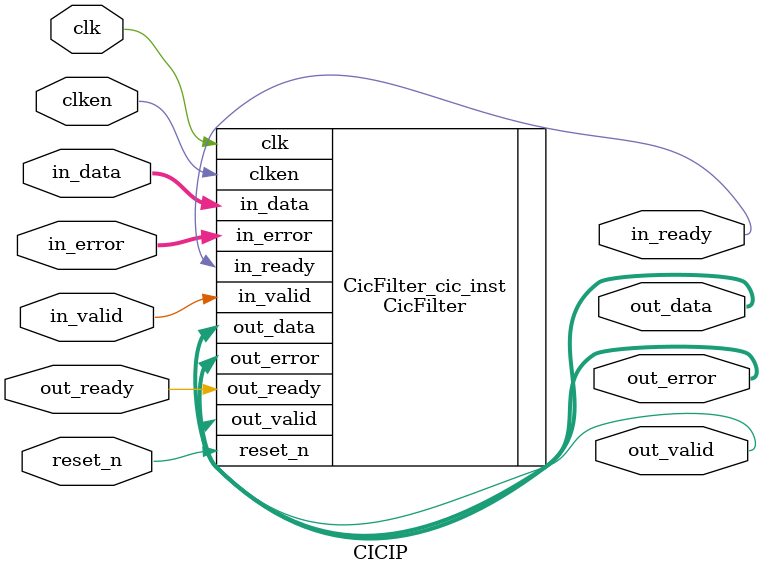
<source format=v>
module CICIP(
	clk,
	clken,
	reset_n,
	in_data,
	in_valid,
	out_ready,
	in_error,
	out_data,
	in_ready,
	out_valid,
	out_error);


	input		clk;       			//系统时钟/数据输入频率/FPGA工作时钟
	input		clken;     			//时钟允许信号，高电平有效
	input		reset_n;   			//复位信号，低电平有效
	input	[9:0]	in_data;			//输入数据
	input		in_valid;  			//输入数据有效信号，高电平有效
	input		out_ready; 			//输出准备好信号，高电平有效
	input	[1:0]	in_error;		//输入数据状态信号，‘‘00’’表示数据正确
	output	[16:0]	out_data;//输出数据
	output		in_ready;      //接收输入数据准备好信号
	output		out_valid;     //输出数据有效信号
	output	[1:0]	out_error;  //输出数据状态信号，“00”表示数据正确


	CicFilter	CicFilter_cic_inst(
		.clk(clk),
		.clken(clken),
		.reset_n(reset_n),
		.in_data(in_data),
		.in_valid(in_valid),
		.out_ready(out_ready),
		.in_error(in_error),
		.out_data(out_data),
		.in_ready(in_ready),
		.out_valid(out_valid),
		.out_error(out_error));
		
endmodule

</source>
